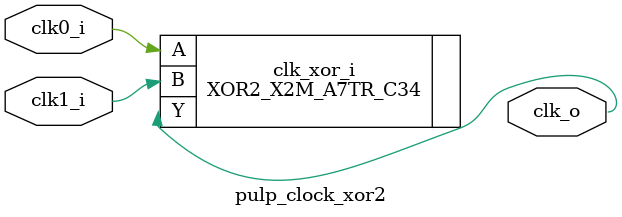
<source format=sv>

module pulp_clock_xor2
(
    input  logic clk0_i,
    input  logic clk1_i,
    output logic clk_o
  );

  XOR2_X2M_A7TR_C34 clk_xor_i
  (
    .A ( clk0_i ),
    .B ( clk1_i ),
    .Y ( clk_o  )
  );

endmodule

</source>
